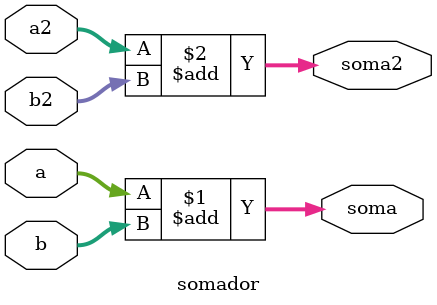
<source format=sv>
module somador (
    input logic [3:0] a,   // Entrada A
    input logic [3:0] b,   // Entrada B
    output logic [3:0] soma, // Saída da soma
    input logic [1:0] a2,   // Entrada A
    input logic [1:0] b2,   // Entrada B
    output logic [1:0] soma2 // Saída da soma

);
    assign soma = a + b;
    assign soma2 = a2 + b2;
endmodule

</source>
